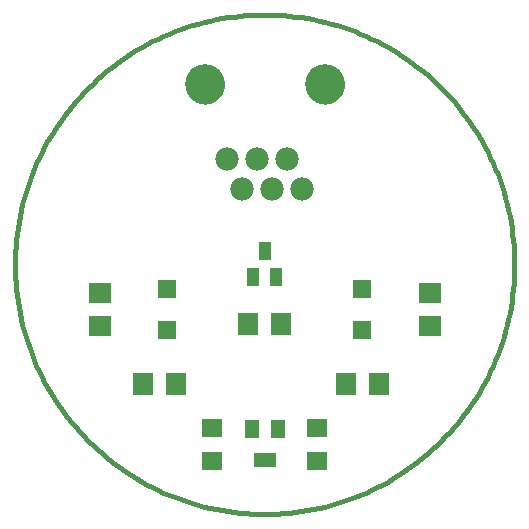
<source format=gts>
G75*
%MOIN*%
%OFA0B0*%
%FSLAX25Y25*%
%IPPOS*%
%LPD*%
%AMOC8*
5,1,8,0,0,1.08239X$1,22.5*
%
%ADD10C,0.01600*%
%ADD11C,0.07800*%
%ADD12C,0.00000*%
%ADD13C,0.13200*%
%ADD14R,0.06306X0.06306*%
%ADD15R,0.06699X0.07487*%
%ADD16R,0.07487X0.06699*%
%ADD17R,0.07487X0.05124*%
%ADD18R,0.05124X0.05912*%
%ADD19R,0.04337X0.05912*%
%ADD20R,0.06699X0.05912*%
D10*
X0001800Y0085017D02*
X0001825Y0087059D01*
X0001900Y0089100D01*
X0002025Y0091139D01*
X0002201Y0093174D01*
X0002426Y0095204D01*
X0002701Y0097227D01*
X0003025Y0099244D01*
X0003399Y0101252D01*
X0003822Y0103250D01*
X0004294Y0105237D01*
X0004814Y0107212D01*
X0005383Y0109174D01*
X0006000Y0111121D01*
X0006665Y0113052D01*
X0007376Y0114966D01*
X0008135Y0116863D01*
X0008939Y0118740D01*
X0009790Y0120597D01*
X0010686Y0122432D01*
X0011626Y0124245D01*
X0012611Y0126035D01*
X0013639Y0127799D01*
X0014711Y0129538D01*
X0015825Y0131250D01*
X0016980Y0132934D01*
X0018176Y0134589D01*
X0019413Y0136215D01*
X0020689Y0137809D01*
X0022004Y0139372D01*
X0023357Y0140902D01*
X0024747Y0142398D01*
X0026174Y0143860D01*
X0027636Y0145287D01*
X0029132Y0146677D01*
X0030662Y0148030D01*
X0032225Y0149345D01*
X0033819Y0150621D01*
X0035445Y0151858D01*
X0037100Y0153054D01*
X0038784Y0154209D01*
X0040496Y0155323D01*
X0042235Y0156395D01*
X0043999Y0157423D01*
X0045789Y0158408D01*
X0047602Y0159348D01*
X0049437Y0160244D01*
X0051294Y0161095D01*
X0053171Y0161899D01*
X0055068Y0162658D01*
X0056982Y0163369D01*
X0058913Y0164034D01*
X0060860Y0164651D01*
X0062822Y0165220D01*
X0064797Y0165740D01*
X0066784Y0166212D01*
X0068782Y0166635D01*
X0070790Y0167009D01*
X0072807Y0167333D01*
X0074830Y0167608D01*
X0076860Y0167833D01*
X0078895Y0168009D01*
X0080934Y0168134D01*
X0082975Y0168209D01*
X0085017Y0168234D01*
X0087059Y0168209D01*
X0089100Y0168134D01*
X0091139Y0168009D01*
X0093174Y0167833D01*
X0095204Y0167608D01*
X0097227Y0167333D01*
X0099244Y0167009D01*
X0101252Y0166635D01*
X0103250Y0166212D01*
X0105237Y0165740D01*
X0107212Y0165220D01*
X0109174Y0164651D01*
X0111121Y0164034D01*
X0113052Y0163369D01*
X0114966Y0162658D01*
X0116863Y0161899D01*
X0118740Y0161095D01*
X0120597Y0160244D01*
X0122432Y0159348D01*
X0124245Y0158408D01*
X0126035Y0157423D01*
X0127799Y0156395D01*
X0129538Y0155323D01*
X0131250Y0154209D01*
X0132934Y0153054D01*
X0134589Y0151858D01*
X0136215Y0150621D01*
X0137809Y0149345D01*
X0139372Y0148030D01*
X0140902Y0146677D01*
X0142398Y0145287D01*
X0143860Y0143860D01*
X0145287Y0142398D01*
X0146677Y0140902D01*
X0148030Y0139372D01*
X0149345Y0137809D01*
X0150621Y0136215D01*
X0151858Y0134589D01*
X0153054Y0132934D01*
X0154209Y0131250D01*
X0155323Y0129538D01*
X0156395Y0127799D01*
X0157423Y0126035D01*
X0158408Y0124245D01*
X0159348Y0122432D01*
X0160244Y0120597D01*
X0161095Y0118740D01*
X0161899Y0116863D01*
X0162658Y0114966D01*
X0163369Y0113052D01*
X0164034Y0111121D01*
X0164651Y0109174D01*
X0165220Y0107212D01*
X0165740Y0105237D01*
X0166212Y0103250D01*
X0166635Y0101252D01*
X0167009Y0099244D01*
X0167333Y0097227D01*
X0167608Y0095204D01*
X0167833Y0093174D01*
X0168009Y0091139D01*
X0168134Y0089100D01*
X0168209Y0087059D01*
X0168234Y0085017D01*
X0168209Y0082975D01*
X0168134Y0080934D01*
X0168009Y0078895D01*
X0167833Y0076860D01*
X0167608Y0074830D01*
X0167333Y0072807D01*
X0167009Y0070790D01*
X0166635Y0068782D01*
X0166212Y0066784D01*
X0165740Y0064797D01*
X0165220Y0062822D01*
X0164651Y0060860D01*
X0164034Y0058913D01*
X0163369Y0056982D01*
X0162658Y0055068D01*
X0161899Y0053171D01*
X0161095Y0051294D01*
X0160244Y0049437D01*
X0159348Y0047602D01*
X0158408Y0045789D01*
X0157423Y0043999D01*
X0156395Y0042235D01*
X0155323Y0040496D01*
X0154209Y0038784D01*
X0153054Y0037100D01*
X0151858Y0035445D01*
X0150621Y0033819D01*
X0149345Y0032225D01*
X0148030Y0030662D01*
X0146677Y0029132D01*
X0145287Y0027636D01*
X0143860Y0026174D01*
X0142398Y0024747D01*
X0140902Y0023357D01*
X0139372Y0022004D01*
X0137809Y0020689D01*
X0136215Y0019413D01*
X0134589Y0018176D01*
X0132934Y0016980D01*
X0131250Y0015825D01*
X0129538Y0014711D01*
X0127799Y0013639D01*
X0126035Y0012611D01*
X0124245Y0011626D01*
X0122432Y0010686D01*
X0120597Y0009790D01*
X0118740Y0008939D01*
X0116863Y0008135D01*
X0114966Y0007376D01*
X0113052Y0006665D01*
X0111121Y0006000D01*
X0109174Y0005383D01*
X0107212Y0004814D01*
X0105237Y0004294D01*
X0103250Y0003822D01*
X0101252Y0003399D01*
X0099244Y0003025D01*
X0097227Y0002701D01*
X0095204Y0002426D01*
X0093174Y0002201D01*
X0091139Y0002025D01*
X0089100Y0001900D01*
X0087059Y0001825D01*
X0085017Y0001800D01*
X0082975Y0001825D01*
X0080934Y0001900D01*
X0078895Y0002025D01*
X0076860Y0002201D01*
X0074830Y0002426D01*
X0072807Y0002701D01*
X0070790Y0003025D01*
X0068782Y0003399D01*
X0066784Y0003822D01*
X0064797Y0004294D01*
X0062822Y0004814D01*
X0060860Y0005383D01*
X0058913Y0006000D01*
X0056982Y0006665D01*
X0055068Y0007376D01*
X0053171Y0008135D01*
X0051294Y0008939D01*
X0049437Y0009790D01*
X0047602Y0010686D01*
X0045789Y0011626D01*
X0043999Y0012611D01*
X0042235Y0013639D01*
X0040496Y0014711D01*
X0038784Y0015825D01*
X0037100Y0016980D01*
X0035445Y0018176D01*
X0033819Y0019413D01*
X0032225Y0020689D01*
X0030662Y0022004D01*
X0029132Y0023357D01*
X0027636Y0024747D01*
X0026174Y0026174D01*
X0024747Y0027636D01*
X0023357Y0029132D01*
X0022004Y0030662D01*
X0020689Y0032225D01*
X0019413Y0033819D01*
X0018176Y0035445D01*
X0016980Y0037100D01*
X0015825Y0038784D01*
X0014711Y0040496D01*
X0013639Y0042235D01*
X0012611Y0043999D01*
X0011626Y0045789D01*
X0010686Y0047602D01*
X0009790Y0049437D01*
X0008939Y0051294D01*
X0008135Y0053171D01*
X0007376Y0055068D01*
X0006665Y0056982D01*
X0006000Y0058913D01*
X0005383Y0060860D01*
X0004814Y0062822D01*
X0004294Y0064797D01*
X0003822Y0066784D01*
X0003399Y0068782D01*
X0003025Y0070790D01*
X0002701Y0072807D01*
X0002426Y0074830D01*
X0002201Y0076860D01*
X0002025Y0078895D01*
X0001900Y0080934D01*
X0001825Y0082975D01*
X0001800Y0085017D01*
D11*
X0072517Y0120017D03*
X0082517Y0120017D03*
X0092517Y0120017D03*
X0097517Y0110017D03*
X0087517Y0110017D03*
X0077517Y0110017D03*
D12*
X0058617Y0145017D02*
X0058619Y0145177D01*
X0058625Y0145336D01*
X0058635Y0145495D01*
X0058649Y0145654D01*
X0058667Y0145813D01*
X0058688Y0145971D01*
X0058714Y0146128D01*
X0058744Y0146285D01*
X0058777Y0146441D01*
X0058815Y0146596D01*
X0058856Y0146750D01*
X0058901Y0146903D01*
X0058950Y0147055D01*
X0059003Y0147206D01*
X0059059Y0147355D01*
X0059120Y0147503D01*
X0059183Y0147649D01*
X0059251Y0147794D01*
X0059322Y0147937D01*
X0059396Y0148078D01*
X0059474Y0148217D01*
X0059556Y0148354D01*
X0059641Y0148489D01*
X0059729Y0148622D01*
X0059821Y0148753D01*
X0059915Y0148881D01*
X0060013Y0149007D01*
X0060114Y0149131D01*
X0060218Y0149252D01*
X0060325Y0149370D01*
X0060435Y0149486D01*
X0060548Y0149599D01*
X0060664Y0149709D01*
X0060782Y0149816D01*
X0060903Y0149920D01*
X0061027Y0150021D01*
X0061153Y0150119D01*
X0061281Y0150213D01*
X0061412Y0150305D01*
X0061545Y0150393D01*
X0061680Y0150478D01*
X0061817Y0150560D01*
X0061956Y0150638D01*
X0062097Y0150712D01*
X0062240Y0150783D01*
X0062385Y0150851D01*
X0062531Y0150914D01*
X0062679Y0150975D01*
X0062828Y0151031D01*
X0062979Y0151084D01*
X0063131Y0151133D01*
X0063284Y0151178D01*
X0063438Y0151219D01*
X0063593Y0151257D01*
X0063749Y0151290D01*
X0063906Y0151320D01*
X0064063Y0151346D01*
X0064221Y0151367D01*
X0064380Y0151385D01*
X0064539Y0151399D01*
X0064698Y0151409D01*
X0064857Y0151415D01*
X0065017Y0151417D01*
X0065177Y0151415D01*
X0065336Y0151409D01*
X0065495Y0151399D01*
X0065654Y0151385D01*
X0065813Y0151367D01*
X0065971Y0151346D01*
X0066128Y0151320D01*
X0066285Y0151290D01*
X0066441Y0151257D01*
X0066596Y0151219D01*
X0066750Y0151178D01*
X0066903Y0151133D01*
X0067055Y0151084D01*
X0067206Y0151031D01*
X0067355Y0150975D01*
X0067503Y0150914D01*
X0067649Y0150851D01*
X0067794Y0150783D01*
X0067937Y0150712D01*
X0068078Y0150638D01*
X0068217Y0150560D01*
X0068354Y0150478D01*
X0068489Y0150393D01*
X0068622Y0150305D01*
X0068753Y0150213D01*
X0068881Y0150119D01*
X0069007Y0150021D01*
X0069131Y0149920D01*
X0069252Y0149816D01*
X0069370Y0149709D01*
X0069486Y0149599D01*
X0069599Y0149486D01*
X0069709Y0149370D01*
X0069816Y0149252D01*
X0069920Y0149131D01*
X0070021Y0149007D01*
X0070119Y0148881D01*
X0070213Y0148753D01*
X0070305Y0148622D01*
X0070393Y0148489D01*
X0070478Y0148354D01*
X0070560Y0148217D01*
X0070638Y0148078D01*
X0070712Y0147937D01*
X0070783Y0147794D01*
X0070851Y0147649D01*
X0070914Y0147503D01*
X0070975Y0147355D01*
X0071031Y0147206D01*
X0071084Y0147055D01*
X0071133Y0146903D01*
X0071178Y0146750D01*
X0071219Y0146596D01*
X0071257Y0146441D01*
X0071290Y0146285D01*
X0071320Y0146128D01*
X0071346Y0145971D01*
X0071367Y0145813D01*
X0071385Y0145654D01*
X0071399Y0145495D01*
X0071409Y0145336D01*
X0071415Y0145177D01*
X0071417Y0145017D01*
X0071415Y0144857D01*
X0071409Y0144698D01*
X0071399Y0144539D01*
X0071385Y0144380D01*
X0071367Y0144221D01*
X0071346Y0144063D01*
X0071320Y0143906D01*
X0071290Y0143749D01*
X0071257Y0143593D01*
X0071219Y0143438D01*
X0071178Y0143284D01*
X0071133Y0143131D01*
X0071084Y0142979D01*
X0071031Y0142828D01*
X0070975Y0142679D01*
X0070914Y0142531D01*
X0070851Y0142385D01*
X0070783Y0142240D01*
X0070712Y0142097D01*
X0070638Y0141956D01*
X0070560Y0141817D01*
X0070478Y0141680D01*
X0070393Y0141545D01*
X0070305Y0141412D01*
X0070213Y0141281D01*
X0070119Y0141153D01*
X0070021Y0141027D01*
X0069920Y0140903D01*
X0069816Y0140782D01*
X0069709Y0140664D01*
X0069599Y0140548D01*
X0069486Y0140435D01*
X0069370Y0140325D01*
X0069252Y0140218D01*
X0069131Y0140114D01*
X0069007Y0140013D01*
X0068881Y0139915D01*
X0068753Y0139821D01*
X0068622Y0139729D01*
X0068489Y0139641D01*
X0068354Y0139556D01*
X0068217Y0139474D01*
X0068078Y0139396D01*
X0067937Y0139322D01*
X0067794Y0139251D01*
X0067649Y0139183D01*
X0067503Y0139120D01*
X0067355Y0139059D01*
X0067206Y0139003D01*
X0067055Y0138950D01*
X0066903Y0138901D01*
X0066750Y0138856D01*
X0066596Y0138815D01*
X0066441Y0138777D01*
X0066285Y0138744D01*
X0066128Y0138714D01*
X0065971Y0138688D01*
X0065813Y0138667D01*
X0065654Y0138649D01*
X0065495Y0138635D01*
X0065336Y0138625D01*
X0065177Y0138619D01*
X0065017Y0138617D01*
X0064857Y0138619D01*
X0064698Y0138625D01*
X0064539Y0138635D01*
X0064380Y0138649D01*
X0064221Y0138667D01*
X0064063Y0138688D01*
X0063906Y0138714D01*
X0063749Y0138744D01*
X0063593Y0138777D01*
X0063438Y0138815D01*
X0063284Y0138856D01*
X0063131Y0138901D01*
X0062979Y0138950D01*
X0062828Y0139003D01*
X0062679Y0139059D01*
X0062531Y0139120D01*
X0062385Y0139183D01*
X0062240Y0139251D01*
X0062097Y0139322D01*
X0061956Y0139396D01*
X0061817Y0139474D01*
X0061680Y0139556D01*
X0061545Y0139641D01*
X0061412Y0139729D01*
X0061281Y0139821D01*
X0061153Y0139915D01*
X0061027Y0140013D01*
X0060903Y0140114D01*
X0060782Y0140218D01*
X0060664Y0140325D01*
X0060548Y0140435D01*
X0060435Y0140548D01*
X0060325Y0140664D01*
X0060218Y0140782D01*
X0060114Y0140903D01*
X0060013Y0141027D01*
X0059915Y0141153D01*
X0059821Y0141281D01*
X0059729Y0141412D01*
X0059641Y0141545D01*
X0059556Y0141680D01*
X0059474Y0141817D01*
X0059396Y0141956D01*
X0059322Y0142097D01*
X0059251Y0142240D01*
X0059183Y0142385D01*
X0059120Y0142531D01*
X0059059Y0142679D01*
X0059003Y0142828D01*
X0058950Y0142979D01*
X0058901Y0143131D01*
X0058856Y0143284D01*
X0058815Y0143438D01*
X0058777Y0143593D01*
X0058744Y0143749D01*
X0058714Y0143906D01*
X0058688Y0144063D01*
X0058667Y0144221D01*
X0058649Y0144380D01*
X0058635Y0144539D01*
X0058625Y0144698D01*
X0058619Y0144857D01*
X0058617Y0145017D01*
X0098617Y0145017D02*
X0098619Y0145177D01*
X0098625Y0145336D01*
X0098635Y0145495D01*
X0098649Y0145654D01*
X0098667Y0145813D01*
X0098688Y0145971D01*
X0098714Y0146128D01*
X0098744Y0146285D01*
X0098777Y0146441D01*
X0098815Y0146596D01*
X0098856Y0146750D01*
X0098901Y0146903D01*
X0098950Y0147055D01*
X0099003Y0147206D01*
X0099059Y0147355D01*
X0099120Y0147503D01*
X0099183Y0147649D01*
X0099251Y0147794D01*
X0099322Y0147937D01*
X0099396Y0148078D01*
X0099474Y0148217D01*
X0099556Y0148354D01*
X0099641Y0148489D01*
X0099729Y0148622D01*
X0099821Y0148753D01*
X0099915Y0148881D01*
X0100013Y0149007D01*
X0100114Y0149131D01*
X0100218Y0149252D01*
X0100325Y0149370D01*
X0100435Y0149486D01*
X0100548Y0149599D01*
X0100664Y0149709D01*
X0100782Y0149816D01*
X0100903Y0149920D01*
X0101027Y0150021D01*
X0101153Y0150119D01*
X0101281Y0150213D01*
X0101412Y0150305D01*
X0101545Y0150393D01*
X0101680Y0150478D01*
X0101817Y0150560D01*
X0101956Y0150638D01*
X0102097Y0150712D01*
X0102240Y0150783D01*
X0102385Y0150851D01*
X0102531Y0150914D01*
X0102679Y0150975D01*
X0102828Y0151031D01*
X0102979Y0151084D01*
X0103131Y0151133D01*
X0103284Y0151178D01*
X0103438Y0151219D01*
X0103593Y0151257D01*
X0103749Y0151290D01*
X0103906Y0151320D01*
X0104063Y0151346D01*
X0104221Y0151367D01*
X0104380Y0151385D01*
X0104539Y0151399D01*
X0104698Y0151409D01*
X0104857Y0151415D01*
X0105017Y0151417D01*
X0105177Y0151415D01*
X0105336Y0151409D01*
X0105495Y0151399D01*
X0105654Y0151385D01*
X0105813Y0151367D01*
X0105971Y0151346D01*
X0106128Y0151320D01*
X0106285Y0151290D01*
X0106441Y0151257D01*
X0106596Y0151219D01*
X0106750Y0151178D01*
X0106903Y0151133D01*
X0107055Y0151084D01*
X0107206Y0151031D01*
X0107355Y0150975D01*
X0107503Y0150914D01*
X0107649Y0150851D01*
X0107794Y0150783D01*
X0107937Y0150712D01*
X0108078Y0150638D01*
X0108217Y0150560D01*
X0108354Y0150478D01*
X0108489Y0150393D01*
X0108622Y0150305D01*
X0108753Y0150213D01*
X0108881Y0150119D01*
X0109007Y0150021D01*
X0109131Y0149920D01*
X0109252Y0149816D01*
X0109370Y0149709D01*
X0109486Y0149599D01*
X0109599Y0149486D01*
X0109709Y0149370D01*
X0109816Y0149252D01*
X0109920Y0149131D01*
X0110021Y0149007D01*
X0110119Y0148881D01*
X0110213Y0148753D01*
X0110305Y0148622D01*
X0110393Y0148489D01*
X0110478Y0148354D01*
X0110560Y0148217D01*
X0110638Y0148078D01*
X0110712Y0147937D01*
X0110783Y0147794D01*
X0110851Y0147649D01*
X0110914Y0147503D01*
X0110975Y0147355D01*
X0111031Y0147206D01*
X0111084Y0147055D01*
X0111133Y0146903D01*
X0111178Y0146750D01*
X0111219Y0146596D01*
X0111257Y0146441D01*
X0111290Y0146285D01*
X0111320Y0146128D01*
X0111346Y0145971D01*
X0111367Y0145813D01*
X0111385Y0145654D01*
X0111399Y0145495D01*
X0111409Y0145336D01*
X0111415Y0145177D01*
X0111417Y0145017D01*
X0111415Y0144857D01*
X0111409Y0144698D01*
X0111399Y0144539D01*
X0111385Y0144380D01*
X0111367Y0144221D01*
X0111346Y0144063D01*
X0111320Y0143906D01*
X0111290Y0143749D01*
X0111257Y0143593D01*
X0111219Y0143438D01*
X0111178Y0143284D01*
X0111133Y0143131D01*
X0111084Y0142979D01*
X0111031Y0142828D01*
X0110975Y0142679D01*
X0110914Y0142531D01*
X0110851Y0142385D01*
X0110783Y0142240D01*
X0110712Y0142097D01*
X0110638Y0141956D01*
X0110560Y0141817D01*
X0110478Y0141680D01*
X0110393Y0141545D01*
X0110305Y0141412D01*
X0110213Y0141281D01*
X0110119Y0141153D01*
X0110021Y0141027D01*
X0109920Y0140903D01*
X0109816Y0140782D01*
X0109709Y0140664D01*
X0109599Y0140548D01*
X0109486Y0140435D01*
X0109370Y0140325D01*
X0109252Y0140218D01*
X0109131Y0140114D01*
X0109007Y0140013D01*
X0108881Y0139915D01*
X0108753Y0139821D01*
X0108622Y0139729D01*
X0108489Y0139641D01*
X0108354Y0139556D01*
X0108217Y0139474D01*
X0108078Y0139396D01*
X0107937Y0139322D01*
X0107794Y0139251D01*
X0107649Y0139183D01*
X0107503Y0139120D01*
X0107355Y0139059D01*
X0107206Y0139003D01*
X0107055Y0138950D01*
X0106903Y0138901D01*
X0106750Y0138856D01*
X0106596Y0138815D01*
X0106441Y0138777D01*
X0106285Y0138744D01*
X0106128Y0138714D01*
X0105971Y0138688D01*
X0105813Y0138667D01*
X0105654Y0138649D01*
X0105495Y0138635D01*
X0105336Y0138625D01*
X0105177Y0138619D01*
X0105017Y0138617D01*
X0104857Y0138619D01*
X0104698Y0138625D01*
X0104539Y0138635D01*
X0104380Y0138649D01*
X0104221Y0138667D01*
X0104063Y0138688D01*
X0103906Y0138714D01*
X0103749Y0138744D01*
X0103593Y0138777D01*
X0103438Y0138815D01*
X0103284Y0138856D01*
X0103131Y0138901D01*
X0102979Y0138950D01*
X0102828Y0139003D01*
X0102679Y0139059D01*
X0102531Y0139120D01*
X0102385Y0139183D01*
X0102240Y0139251D01*
X0102097Y0139322D01*
X0101956Y0139396D01*
X0101817Y0139474D01*
X0101680Y0139556D01*
X0101545Y0139641D01*
X0101412Y0139729D01*
X0101281Y0139821D01*
X0101153Y0139915D01*
X0101027Y0140013D01*
X0100903Y0140114D01*
X0100782Y0140218D01*
X0100664Y0140325D01*
X0100548Y0140435D01*
X0100435Y0140548D01*
X0100325Y0140664D01*
X0100218Y0140782D01*
X0100114Y0140903D01*
X0100013Y0141027D01*
X0099915Y0141153D01*
X0099821Y0141281D01*
X0099729Y0141412D01*
X0099641Y0141545D01*
X0099556Y0141680D01*
X0099474Y0141817D01*
X0099396Y0141956D01*
X0099322Y0142097D01*
X0099251Y0142240D01*
X0099183Y0142385D01*
X0099120Y0142531D01*
X0099059Y0142679D01*
X0099003Y0142828D01*
X0098950Y0142979D01*
X0098901Y0143131D01*
X0098856Y0143284D01*
X0098815Y0143438D01*
X0098777Y0143593D01*
X0098744Y0143749D01*
X0098714Y0143906D01*
X0098688Y0144063D01*
X0098667Y0144221D01*
X0098649Y0144380D01*
X0098635Y0144539D01*
X0098625Y0144698D01*
X0098619Y0144857D01*
X0098617Y0145017D01*
D13*
X0105017Y0145017D03*
X0065017Y0145017D03*
D14*
X0052517Y0076906D03*
X0052517Y0063127D03*
X0117517Y0063127D03*
X0117517Y0076906D03*
D15*
X0044505Y0045017D03*
X0055528Y0045017D03*
X0079505Y0065017D03*
X0090528Y0065017D03*
X0112005Y0045017D03*
X0123028Y0045017D03*
D16*
X0140017Y0064505D03*
X0140017Y0075528D03*
X0030017Y0075528D03*
X0030017Y0064505D03*
D17*
X0085017Y0019898D03*
D18*
X0089347Y0030135D03*
X0080686Y0030135D03*
D19*
X0081276Y0080686D03*
X0088757Y0080686D03*
X0085017Y0089347D03*
D20*
X0102517Y0030528D03*
X0102517Y0019505D03*
X0067517Y0019505D03*
X0067517Y0030528D03*
M02*

</source>
